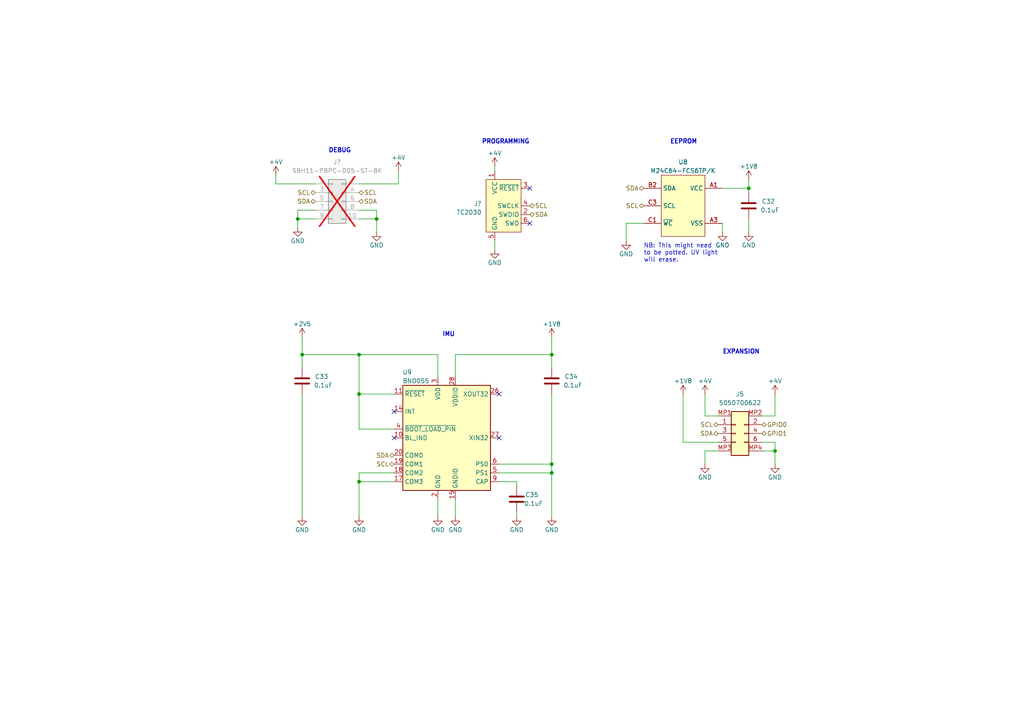
<source format=kicad_sch>
(kicad_sch (version 20230121) (generator eeschema)
  (paper "A4")
  (title_block (title "ONIX Neuropixels 1.0 Economical Headstage") (rev "B") (company "Open Ephys, Inc") (comment 1 "Jonathan P. Newman"))
  (lib_symbols
    (symbol "Connector:Conn_ARM_SWD_TagConnect_TC2030" (in_bom no)
      (property "Reference" "J" (at 2.54 11.43 0))
      (property "Value" "Conn_ARM_SWD_TagConnect_TC2030" (at 5.08 8.89 0))
      (symbol "Conn_ARM_SWD_TagConnect_TC2030_0_0"
        (pin power_in line (at -2.54 10.16 270) (length 2.54) (name "VCC") (number "1"))
        (pin bidirectional line (at 7.62 -2.54 180) (length 2.54) (name "SWDIO") (number "2"))
        (pin open_collector line (at 7.62 5.08 180) (length 2.54) (name "~{RESET}") (number "3"))
        (pin output line (at 7.62 0 180) (length 2.54) (name "SWCLK") (number "4"))
        (pin power_in line (at -2.54 -10.16 90) (length 2.54) (name "GND") (number "5"))
        (pin input line (at 7.62 -5.08 180) (length 2.54) (name "SWO") (number "6"))
      )
      (symbol "Conn_ARM_SWD_TagConnect_TC2030_0_1"
        (rectangle (start -5.08 7.62) (end 5.08 -7.62) (fill (type background)))
      )
    )
    (symbol "Connector_Generic:Conn_02x05_Odd_Even" (pin_names (offset 1.016) hide)
      (property "Reference" "J" (at 1.27 7.62 0))
      (property "Value" "Conn_02x05_Odd_Even" (at 1.27 -7.62 0))
      (symbol "Conn_02x05_Odd_Even_1_1"
        (rectangle (start -1.27 -4.953) (end 0 -5.207) (stroke (width 0.1524)))
        (rectangle (start -1.27 -2.413) (end 0 -2.667) (stroke (width 0.1524)))
        (rectangle (start -1.27 0.127) (end 0 -0.127) (stroke (width 0.1524)))
        (rectangle (start -1.27 2.667) (end 0 2.413) (stroke (width 0.1524)))
        (rectangle (start -1.27 5.207) (end 0 4.953) (stroke (width 0.1524)))
        (rectangle (start -1.27 6.35) (end 3.81 -6.35) (stroke (width 0.254)) (fill (type background)))
        (rectangle (start 3.81 -4.953) (end 2.54 -5.207) (stroke (width 0.1524)))
        (rectangle (start 3.81 -2.413) (end 2.54 -2.667) (stroke (width 0.1524)))
        (rectangle (start 3.81 0.127) (end 2.54 -0.127) (stroke (width 0.1524)))
        (rectangle (start 3.81 2.667) (end 2.54 2.413) (stroke (width 0.1524)))
        (rectangle (start 3.81 5.207) (end 2.54 4.953) (stroke (width 0.1524)))
        (pin passive line (at -5.08 5.08 0) (length 3.81) (name "Pin_1") (number "1"))
        (pin passive line (at 7.62 -5.08 180) (length 3.81) (name "Pin_10") (number "10"))
        (pin passive line (at 7.62 5.08 180) (length 3.81) (name "Pin_2") (number "2"))
        (pin passive line (at -5.08 2.54 0) (length 3.81) (name "Pin_3") (number "3"))
        (pin passive line (at 7.62 2.54 180) (length 3.81) (name "Pin_4") (number "4"))
        (pin passive line (at -5.08 0 0) (length 3.81) (name "Pin_5") (number "5"))
        (pin passive line (at 7.62 0 180) (length 3.81) (name "Pin_6") (number "6"))
        (pin passive line (at -5.08 -2.54 0) (length 3.81) (name "Pin_7") (number "7"))
        (pin passive line (at 7.62 -2.54 180) (length 3.81) (name "Pin_8") (number "8"))
        (pin passive line (at -5.08 -5.08 0) (length 3.81) (name "Pin_9") (number "9"))
      )
    )
    (symbol "Device:C" (pin_numbers hide) (pin_names (offset 0.254))
      (property "Reference" "C" (at 0.635 2.54 0))
      (property "Value" "C" (at 0.635 -2.54 0))
      (symbol "C_0_1"
        (polyline (pts (xy -2.032 -0.762) (xy 2.032 -0.762)) (stroke (width 0.508)))
        (polyline (pts (xy -2.032 0.762) (xy 2.032 0.762)) (stroke (width 0.508)))
      )
      (symbol "C_1_1"
        (pin passive line (at 0 3.81 270) (length 2.794) (name "~") (number "1"))
        (pin passive line (at 0 -3.81 90) (length 2.794) (name "~") (number "2"))
      )
    )
    (symbol "Sensor_Motion:BNO055"
      (property "Reference" "U" (at -11.43 16.51 0))
      (property "Value" "BNO055" (at 12.7 16.51 0))
      (symbol "BNO055_0_1"
        (rectangle (start -12.7 15.24) (end 12.7 -15.24) (stroke (width 0.254)) (fill (type background)))
      )
      (symbol "BNO055_1_1"
        (pin no_connect line (at -12.7 10.16 0) (length 2.54) hide (name "PIN1") (number "1"))
        (pin output line (at -15.24 0 0) (length 2.54) (name "BL_IND") (number "10"))
        (pin input line (at -15.24 12.7 0) (length 2.54) (name "~{RESET}") (number "11"))
        (pin no_connect line (at 12.7 10.16 180) (length 2.54) hide (name "PIN12") (number "12"))
        (pin no_connect line (at 12.7 7.62 180) (length 2.54) hide (name "PIN13") (number "13"))
        (pin output line (at -15.24 7.62 0) (length 2.54) (name "INT") (number "14"))
        (pin power_in line (at 2.54 -17.78 90) (length 2.54) (name "GNDIO") (number "15"))
        (pin passive line (at 2.54 -17.78 90) (length 2.54) hide (name "GNDIO") (number "16"))
        (pin input line (at -15.24 -12.7 0) (length 2.54) (name "COM3") (number "17"))
        (pin passive line (at -15.24 -10.16 0) (length 2.54) (name "COM2") (number "18"))
        (pin bidirectional line (at -15.24 -7.62 0) (length 2.54) (name "COM1") (number "19"))
        (pin power_in line (at -2.54 -17.78 90) (length 2.54) (name "GND") (number "2"))
        (pin bidirectional line (at -15.24 -5.08 0) (length 2.54) (name "COM0") (number "20"))
        (pin no_connect line (at 12.7 5.08 180) (length 2.54) hide (name "PIN21") (number "21"))
        (pin no_connect line (at 12.7 2.54 180) (length 2.54) hide (name "PIN22") (number "22"))
        (pin no_connect line (at 12.7 -2.54 180) (length 2.54) hide (name "PIN23") (number "23"))
        (pin no_connect line (at 12.7 -5.08 180) (length 2.54) hide (name "PIN24") (number "24"))
        (pin passive line (at 2.54 -17.78 90) (length 2.54) hide (name "GNDIO") (number "25"))
        (pin output line (at 15.24 12.7 180) (length 2.54) (name "XOUT32") (number "26"))
        (pin input line (at 15.24 0 180) (length 2.54) (name "XIN32") (number "27"))
        (pin power_in line (at 2.54 17.78 270) (length 2.54) (name "VDDIO") (number "28"))
        (pin power_in line (at -2.54 17.78 270) (length 2.54) (name "VDD") (number "3"))
        (pin input line (at -15.24 2.54 0) (length 2.54) (name "~{BOOT_LOAD_PIN}") (number "4"))
        (pin input line (at 15.24 -10.16 180) (length 2.54) (name "PS1") (number "5"))
        (pin input line (at 15.24 -7.62 180) (length 2.54) (name "PS0") (number "6"))
        (pin no_connect line (at -12.7 5.08 0) (length 2.54) hide (name "PIN7") (number "7"))
        (pin no_connect line (at -12.7 -2.54 0) (length 2.54) hide (name "PIN8") (number "8"))
        (pin passive line (at 15.24 -12.7 180) (length 2.54) (name "CAP") (number "9"))
      )
    )
    (symbol "jonnew:24Cxx-WC"
      (property "Reference" "U" (at 0 12.7 0))
      (property "Value" "24Cxx-WC" (at 0 10.16 0))
      (symbol "24Cxx-WC_0_1"
        (rectangle (start -6.35 8.89) (end 6.35 -8.89) (fill (type background)))
      )
      (symbol "24Cxx-WC_1_1"
        (pin power_in line (at -11.43 5.08 0) (length 5.08) (name "VCC") (number "A1"))
        (pin power_in line (at -11.43 -5.08 0) (length 5.08) (name "VSS") (number "A3"))
        (pin open_collector line (at 11.43 5.08 180) (length 5.08) (name "SDA") (number "B2"))
        (pin input line (at 11.43 -5.08 180) (length 5.08) (name "~{WC}") (number "C1"))
        (pin open_collector line (at 11.43 0 180) (length 5.08) (name "SCL") (number "C3"))
      )
    )
    (symbol "jonnew:Conn_02x3_Odd_Even_4Mech" (pin_names hide)
      (property "Reference" "J" (at 0 11.43 0))
      (property "Value" "Conn_02x3_Odd_Even_4Mech" (at 1.27 8.89 0))
      (symbol "Conn_02x3_Odd_Even_4Mech_1_1"
        (rectangle (start -2.54 -2.413) (end -1.27 -2.667) (stroke (width 0.1524)))
        (rectangle (start -2.54 0.127) (end -1.27 -0.127) (stroke (width 0.1524)))
        (rectangle (start -2.54 2.667) (end -1.27 2.413) (stroke (width 0.1524)))
        (rectangle (start -2.54 6.35) (end 2.54 -6.35) (stroke (width 0.254)) (fill (type background)))
        (rectangle (start 2.54 -2.413) (end 1.27 -2.667) (stroke (width 0.1524)))
        (rectangle (start 2.54 0.127) (end 1.27 -0.127) (stroke (width 0.1524)))
        (rectangle (start 2.54 2.667) (end 1.27 2.413) (stroke (width 0.1524)))
        (pin passive line (at -6.35 2.54 0) (length 3.81) (name "Pin_1") (number "1"))
        (pin passive line (at 6.35 2.54 180) (length 3.81) (name "Pin_2") (number "2"))
        (pin passive line (at -6.35 0 0) (length 3.81) (name "Pin_3") (number "3"))
        (pin passive line (at 6.35 0 180) (length 3.81) (name "Pin_4") (number "4"))
        (pin passive line (at -6.35 -2.54 0) (length 3.81) (name "Pin_5") (number "5"))
        (pin passive line (at 6.35 -2.54 180) (length 3.81) (name "Pin_6") (number "6"))
        (pin passive line (at -6.35 5.08 0) (length 3.81) (name "MountPin1") (number "MP1"))
        (pin passive line (at 6.35 5.08 180) (length 3.81) (name "MountPin2") (number "MP2"))
        (pin passive line (at -6.35 -5.08 0) (length 3.81) (name "MountPin3") (number "MP3"))
        (pin passive line (at 6.35 -5.08 180) (length 3.81) (name "MountPin4") (number "MP4"))
      )
    )
    (symbol "power:+1V8" (power) (pin_names (offset 0))
      (property "Value" "+1V8" (at 0 3.556 0))
      (symbol "+1V8_0_1"
        (polyline (pts (xy -0.762 1.27) (xy 0 2.54)))
        (polyline (pts (xy 0 0) (xy 0 2.54)))
        (polyline (pts (xy 0 2.54) (xy 0.762 1.27)))
      )
      (symbol "+1V8_1_1"
        (pin power_in line (at 0 0 90) (length 0) hide (name "+1V8") (number "1"))
      )
    )
    (symbol "power:+2V5" (power) (pin_names (offset 0))
      (property "Value" "+2V5" (at 0 3.556 0))
      (symbol "+2V5_0_1"
        (polyline (pts (xy -0.762 1.27) (xy 0 2.54)))
        (polyline (pts (xy 0 0) (xy 0 2.54)))
        (polyline (pts (xy 0 2.54) (xy 0.762 1.27)))
      )
      (symbol "+2V5_1_1"
        (pin power_in line (at 0 0 90) (length 0) hide (name "+2V5") (number "1"))
      )
    )
    (symbol "power:+4V" (power) (pin_names (offset 0))
      (property "Value" "+4V" (at 0 3.556 0))
      (symbol "+4V_0_1"
        (polyline (pts (xy -0.762 1.27) (xy 0 2.54)))
        (polyline (pts (xy 0 0) (xy 0 2.54)))
        (polyline (pts (xy 0 2.54) (xy 0.762 1.27)))
      )
      (symbol "+4V_1_1"
        (pin power_in line (at 0 0 90) (length 0) hide (name "+4V") (number "1"))
      )
    )
    (symbol "power:GND" (power) (pin_names (offset 0))
      (property "Value" "GND" (at 0 -3.81 0))
      (symbol "GND_0_1"
        (polyline (pts (xy 0 0) (xy 0 -1.27) (xy 1.27 -1.27) (xy 0 -2.54) (xy -1.27 -1.27) (xy 0 -1.27)))
      )
      (symbol "GND_1_1"
        (pin power_in line (at 0 0 270) (length 0) hide (name "GND") (number "1"))
      )
    )
  )
  (junction (at 109.22 63.5))
  (junction (at 217.17 54.61))
  (junction (at 224.79 130.81))
  (junction (at 160.02 102.87))
  (junction (at 160.02 137.16))
  (junction (at 160.02 134.62))
  (junction (at 104.14 139.7))
  (junction (at 104.14 102.87))
  (junction (at 104.14 114.3))
  (junction (at 86.36 63.5))
  (junction (at 87.63 102.87))
  (no_connect (at 114.3 127))
  (no_connect (at 153.67 64.77))
  (no_connect (at 144.78 127))
  (no_connect (at 114.3 119.38))
  (no_connect (at 144.78 114.3))
  (no_connect (at 153.67 54.61))
  (wire (pts (xy 115.57 53.34) (xy 115.57 49.53)))
  (wire (pts (xy 114.3 139.7) (xy 104.14 139.7)))
  (wire (pts (xy 217.17 55.88) (xy 217.17 54.61)))
  (wire (pts (xy 104.14 124.46) (xy 114.3 124.46)))
  (wire (pts (xy 160.02 149.86) (xy 160.02 137.16)))
  (wire (pts (xy 160.02 106.68) (xy 160.02 102.87)))
  (wire (pts (xy 87.63 102.87) (xy 87.63 106.68)))
  (wire (pts (xy 144.78 134.62) (xy 160.02 134.62)))
  (wire (pts (xy 217.17 52.07) (xy 217.17 54.61)))
  (wire (pts (xy 87.63 102.87) (xy 104.14 102.87)))
  (wire (pts (xy 114.3 137.16) (xy 104.14 137.16)))
  (wire (pts (xy 220.98 128.27) (xy 224.79 128.27)))
  (wire (pts (xy 220.98 130.81) (xy 224.79 130.81)))
  (wire (pts (xy 104.14 60.96) (xy 109.22 60.96)))
  (wire (pts (xy 104.14 114.3) (xy 104.14 124.46)))
  (wire (pts (xy 224.79 128.27) (xy 224.79 130.81)))
  (wire (pts (xy 104.14 137.16) (xy 104.14 139.7)))
  (wire (pts (xy 104.14 139.7) (xy 104.14 149.86)))
  (wire (pts (xy 132.08 144.78) (xy 132.08 149.86)))
  (wire (pts (xy 208.28 130.81) (xy 204.47 130.81)))
  (wire (pts (xy 204.47 120.65) (xy 208.28 120.65)))
  (wire (pts (xy 132.08 109.22) (xy 132.08 102.87)))
  (wire (pts (xy 104.14 114.3) (xy 114.3 114.3)))
  (wire (pts (xy 209.55 54.61) (xy 217.17 54.61)))
  (wire (pts (xy 104.14 63.5) (xy 109.22 63.5)))
  (wire (pts (xy 104.14 102.87) (xy 127 102.87)))
  (wire (pts (xy 86.36 63.5) (xy 86.36 66.04)))
  (wire (pts (xy 91.44 53.34) (xy 80.01 53.34)))
  (wire (pts (xy 220.98 120.65) (xy 224.79 120.65)))
  (wire (pts (xy 127 144.78) (xy 127 149.86)))
  (wire (pts (xy 208.28 128.27) (xy 198.12 128.27)))
  (wire (pts (xy 86.36 60.96) (xy 86.36 63.5)))
  (wire (pts (xy 144.78 139.7) (xy 149.86 139.7)))
  (wire (pts (xy 160.02 114.3) (xy 160.02 134.62)))
  (wire (pts (xy 87.63 114.3) (xy 87.63 149.86)))
  (wire (pts (xy 86.36 63.5) (xy 91.44 63.5)))
  (wire (pts (xy 198.12 114.3) (xy 198.12 128.27)))
  (wire (pts (xy 127 109.22) (xy 127 102.87)))
  (wire (pts (xy 104.14 53.34) (xy 115.57 53.34)))
  (wire (pts (xy 224.79 130.81) (xy 224.79 134.62)))
  (wire (pts (xy 87.63 97.79) (xy 87.63 102.87)))
  (wire (pts (xy 217.17 63.5) (xy 217.17 67.31)))
  (wire (pts (xy 204.47 114.3) (xy 204.47 120.65)))
  (wire (pts (xy 209.55 64.77) (xy 209.55 67.31)))
  (wire (pts (xy 143.51 48.26) (xy 143.51 49.53)))
  (wire (pts (xy 143.51 69.85) (xy 143.51 72.39)))
  (wire (pts (xy 181.61 69.85) (xy 181.61 64.77)))
  (wire (pts (xy 160.02 137.16) (xy 160.02 134.62)))
  (wire (pts (xy 224.79 114.3) (xy 224.79 120.65)))
  (wire (pts (xy 91.44 60.96) (xy 86.36 60.96)))
  (wire (pts (xy 109.22 60.96) (xy 109.22 63.5)))
  (wire (pts (xy 181.61 64.77) (xy 186.69 64.77)))
  (wire (pts (xy 149.86 148.59) (xy 149.86 149.86)))
  (wire (pts (xy 160.02 97.79) (xy 160.02 102.87)))
  (wire (pts (xy 80.01 53.34) (xy 80.01 50.8)))
  (wire (pts (xy 204.47 130.81) (xy 204.47 134.62)))
  (wire (pts (xy 149.86 139.7) (xy 149.86 140.97)))
  (wire (pts (xy 104.14 102.87) (xy 104.14 114.3)))
  (wire (pts (xy 144.78 137.16) (xy 160.02 137.16)))
  (wire (pts (xy 109.22 63.5) (xy 109.22 67.31)))
  (wire (pts (xy 132.08 102.87) (xy 160.02 102.87)))
  (text "EEPROM" (at 194.31 41.91 0) (effects (font (size 1.27 1.27) (thickness 0.254) bold) (justify left bottom)))
  (text "DEBUG" (at 95.25 44.45 0) (effects (font (size 1.27 1.27) (thickness 0.254) bold) (justify left bottom)))
  (text "PROGRAMMING" (at 139.7 41.91 0) (effects (font (size 1.27 1.27) (thickness 0.254) bold) (justify left bottom)))
  (text "IMU" (at 128.27 97.79 0) (effects (font (size 1.27 1.27) (thickness 0.254) bold) (justify left bottom)))
  (text "NB: This might need\nto be potted. UV light\nwill erase." (at 186.69 76.2 0) (effects (font (size 1.27 1.27)) (justify left bottom)))
  (text "EXPANSION" (at 209.55 102.87 0) (effects (font (size 1.27 1.27) (thickness 0.254) bold) (justify left bottom)))
  (hierarchical_label "SCL" (shape bidirectional) (at 91.44 55.88 180))
  (hierarchical_label "SDA" (shape bidirectional) (at 186.69 54.61 180))
  (hierarchical_label "SDA" (shape bidirectional) (at 114.3 132.08 180))
  (hierarchical_label "SCL" (shape bidirectional) (at 208.28 123.19 180))
  (hierarchical_label "GPIO0" (shape bidirectional) (at 220.98 123.19 0))
  (hierarchical_label "SDA" (shape bidirectional) (at 153.67 62.23 0))
  (hierarchical_label "SDA" (shape bidirectional) (at 91.44 58.42 180))
  (hierarchical_label "SDA" (shape bidirectional) (at 208.28 125.73 180))
  (hierarchical_label "SCL" (shape bidirectional) (at 114.3 134.62 180))
  (hierarchical_label "SCL" (shape bidirectional) (at 186.69 59.69 180))
  (hierarchical_label "SDA" (shape bidirectional) (at 104.14 58.42 0))
  (hierarchical_label "SCL" (shape bidirectional) (at 104.14 55.88 0))
  (hierarchical_label "SCL" (shape bidirectional) (at 153.67 59.69 0))
  (hierarchical_label "GPIO1" (shape bidirectional) (at 220.98 125.73 0))
  (symbol (lib_id "power:GND") (at 143.51 72.39 0) (mirror y) (unit 1)
    (property "Reference" "#PWR?" (effects hide))
    (property "Value" "GND" (at 143.51 76.2 0))
    (instances (project "headstage-neuropix1e" (path "" (reference "#PWR?") (unit 1)) (path "" (reference "#PWR079") (unit 1))))
  )
  (symbol (lib_id "power:+4V") (at 80.01 50.8 0) (mirror y) (unit 1)
    (property "Reference" "#PWR?" (effects hide))
    (property "Value" "+4V" (at 80.01 46.99 0))
    (instances (project "headstage-neuropix1e" (path "" (reference "#PWR?") (unit 1)) (path "" (reference "#PWR?") (unit 1)) (path "" (reference "#PWR072") (unit 1))))
  )
  (symbol (lib_id "Sensor_Motion:BNO055") (at 129.54 127 0) (unit 1)
    (property "Reference" "U9" (at 118.11 107.95 0))
    (property "Value" "BNO055" (at 120.65 110.49 0))
    (property "Footprint" "Package_LGA:LGA-28_5.2x3.8mm_P0.5mm" (effects hide))
    (property "Datasheet" "https://www.bosch-sensortec.com/media/boschsensortec/downloads/datasheets/bst-bno055-ds000.pdf" (effects hide))
  )
  (symbol (lib_id "power:GND") (at 160.02 149.86 0) (unit 1)
    (property "Reference" "#PWR092" (effects hide))
    (property "Value" "GND" (at 160.02 153.67 0))
  )
  (symbol (lib_id "power:+4V") (at 204.47 114.3 0) (unit 1)
    (property "Reference" "#PWR?" (effects hide))
    (property "Value" "+4V" (at 204.47 110.49 0))
    (instances (project "headstage-neuropix1e" (path "" (reference "#PWR?") (unit 1)) (path "" (reference "#PWR083") (unit 1))))
  )
  (symbol (lib_id "power:GND") (at 109.22 67.31 0) (mirror y) (unit 1)
    (property "Reference" "#PWR?" (effects hide))
    (property "Value" "GND" (at 109.22 71.12 0))
    (instances (project "headstage-neuropix1e" (path "" (reference "#PWR?") (unit 1)) (path "" (reference "#PWR075") (unit 1))))
  )
  (symbol (lib_id "power:GND") (at 86.36 66.04 0) (mirror y) (unit 1)
    (property "Reference" "#PWR?" (effects hide))
    (property "Value" "GND" (at 86.36 69.85 0))
    (instances (project "headstage-neuropix1e" (path "" (reference "#PWR?") (unit 1)) (path "" (reference "#PWR074") (unit 1))))
  )
  (symbol (lib_id "power:GND") (at 209.55 67.31 0) (unit 1)
    (property "Reference" "#PWR076" (effects hide))
    (property "Value" "GND" (at 209.55 71.12 0))
  )
  (symbol (lib_id "jonnew:Conn_02x3_Odd_Even_4Mech") (at 214.63 125.73 0) (unit 1)
    (property "Reference" "J5" (at 214.63 114.3 0))
    (property "Value" "5050700622" (at 214.63 116.84 0))
    (property "Footprint" "jonnew:MOLEX_5050700622" (effects hide))
  )
  (symbol (lib_id "power:GND") (at 217.17 67.31 0) (unit 1)
    (property "Reference" "#PWR077" (effects hide))
    (property "Value" "GND" (at 217.17 71.12 0))
  )
  (symbol (lib_id "power:+1V8") (at 160.02 97.79 0) (unit 1)
    (property "Reference" "#PWR081" (effects hide))
    (property "Value" "+1V8" (at 160.02 93.98 0))
  )
  (symbol (lib_id "power:GND") (at 204.47 134.62 0) (unit 1)
    (property "Reference" "#PWR085" (effects hide))
    (property "Value" "GND" (at 204.47 138.43 0))
  )
  (symbol (lib_id "Device:C") (at 217.17 59.69 180) (unit 1)
    (property "Reference" "C32" (at 224.79 58.42 0) (effects (justify left)))
    (property "Value" "0.1uF" (at 226.06 60.96 0) (effects (justify left)))
    (property "Footprint" "Capacitor_SMD:C_0201_0603Metric" (effects hide))
    (property "TempCo" "X7R" (effects hide))
    (property "Voltage" "25V" (effects hide))
    (property "CASE/PACKAGE" "0201" (effects hide))
  )
  (symbol (lib_id "power:GND") (at 127 149.86 0) (unit 1)
    (property "Reference" "#PWR089" (effects hide))
    (property "Value" "GND" (at 127 153.67 0))
  )
  (symbol (lib_id "power:+1V8") (at 198.12 114.3 0) (mirror y) (unit 1)
    (property "Reference" "#PWR082" (effects hide))
    (property "Value" "+1V8" (at 198.12 110.49 0))
  )
  (symbol (lib_id "jonnew:24Cxx-WC") (at 198.12 59.69 0) (mirror y) (unit 1)
    (property "Reference" "U8" (at 198.12 46.99 0))
    (property "Value" "M24C64-FCS6TP/K" (at 198.12 49.53 0))
    (property "Footprint" "jonnew:ST_WLCSP5-0.959x1.073" (effects hide))
    (property "Datasheet" "https://www.st.com/content/ccc/resource/technical/document/datasheet/5c/df/52/a5/15/f2/48/bd/CD00259166.pdf/files/CD00259166.pdf/jcr:content/translations/en.CD00259166.pdf#page=5&zoom=100,0,350" (effects hide))
  )
  (symbol (lib_id "power:+4V") (at 115.57 49.53 0) (mirror y) (unit 1)
    (property "Reference" "#PWR?" (effects hide))
    (property "Value" "+4V" (at 115.57 45.72 0))
    (instances (project "headstage-neuropix1e" (path "" (reference "#PWR?") (unit 1)) (path "" (reference "#PWR?") (unit 1)) (path "" (reference "#PWR071") (unit 1))))
  )
  (symbol (lib_id "Device:C") (at 87.63 110.49 180) (unit 1)
    (property "Reference" "C33" (at 95.25 109.22 0) (effects (justify left)))
    (property "Value" "0.1uF" (at 96.52 111.76 0) (effects (justify left)))
    (property "Footprint" "Capacitor_SMD:C_0201_0603Metric" (effects hide))
    (property "TempCo" "X7R" (effects hide))
    (property "Voltage" "25V" (effects hide))
    (property "CASE/PACKAGE" "0201" (effects hide))
  )
  (symbol (lib_id "power:GND") (at 87.63 149.86 0) (unit 1)
    (property "Reference" "#PWR087" (effects hide))
    (property "Value" "GND" (at 87.63 153.67 0))
  )
  (symbol (lib_id "power:GND") (at 224.79 134.62 0) (unit 1)
    (property "Reference" "#PWR086" (effects hide))
    (property "Value" "GND" (at 224.79 138.43 0))
  )
  (symbol (lib_id "power:+4V") (at 224.79 114.3 0) (unit 1)
    (property "Reference" "#PWR?" (effects hide))
    (property "Value" "+4V" (at 224.79 110.49 0))
    (instances (project "headstage-neuropix1e" (path "" (reference "#PWR?") (unit 1)) (path "" (reference "#PWR084") (unit 1))))
  )
  (symbol (lib_id "power:GND") (at 149.86 149.86 0) (unit 1)
    (property "Reference" "#PWR091" (effects hide))
    (property "Value" "GND" (at 149.86 153.67 0))
  )
  (symbol (lib_id "Connector:Conn_ARM_SWD_TagConnect_TC2030") (at 146.05 59.69 0) (unit 1) (in_bom no)
    (property "Reference" "J?" (at 139.7 59.055 0) (effects (justify right)))
    (property "Value" "TC2030" (at 139.7 61.595 0) (effects (justify right)))
    (property "Footprint" "Connector:Tag-Connect_TC2030-IDC-FP_2x03_P1.27mm_Vertical" (effects hide))
    (property "Datasheet" "https://www.tag-connect.com/wp-content/uploads/bsk-pdf-manager/TC2030-CTX_1.pdf" (effects hide))
    (instances (project "headstage-neuropix1e" (path "" (reference "J?") (unit 1)) (path "" (reference "J4") (unit 1))))
  )
  (symbol (lib_id "power:+1V8") (at 217.17 52.07 0) (unit 1)
    (property "Reference" "#PWR073" (effects hide))
    (property "Value" "+1V8" (at 217.17 48.26 0))
  )
  (symbol (lib_id "power:+4V") (at 143.51 48.26 0) (mirror y) (unit 1)
    (property "Reference" "#PWR?" (effects hide))
    (property "Value" "+4V" (at 143.51 44.45 0))
    (instances (project "headstage-neuropix1e" (path "" (reference "#PWR?") (unit 1)) (path "" (reference "#PWR?") (unit 1)) (path "" (reference "#PWR070") (unit 1))))
  )
  (symbol (lib_id "power:GND") (at 181.61 69.85 0) (unit 1)
    (property "Reference" "#PWR078" (effects hide))
    (property "Value" "GND" (at 181.61 73.66 0))
  )
  (symbol (lib_id "power:GND") (at 104.14 149.86 0) (unit 1)
    (property "Reference" "#PWR088" (effects hide))
    (property "Value" "GND" (at 104.14 153.67 0))
  )
  (symbol (lib_id "power:GND") (at 132.08 149.86 0) (unit 1)
    (property "Reference" "#PWR090" (effects hide))
    (property "Value" "GND" (at 132.08 153.67 0))
  )
  (symbol (lib_id "Device:C") (at 160.02 110.49 180) (unit 1)
    (property "Reference" "C34" (at 167.64 109.22 0) (effects (justify left)))
    (property "Value" "0.1uF" (at 168.91 111.76 0) (effects (justify left)))
    (property "Footprint" "Capacitor_SMD:C_0201_0603Metric" (effects hide))
    (property "TempCo" "X7R" (effects hide))
    (property "Voltage" "25V" (effects hide))
    (property "CASE/PACKAGE" "0201" (effects hide))
  )
  (symbol (lib_id "power:+2V5") (at 87.63 97.79 0) (unit 1)
    (property "Reference" "#PWR080" (effects hide))
    (property "Value" "+2V5" (at 87.63 93.98 0))
  )
  (symbol (lib_id "Device:C") (at 149.86 144.78 180) (unit 1)
    (property "Reference" "C35" (at 156.21 143.51 0) (effects (justify left)))
    (property "Value" "0.1uF" (at 157.48 146.05 0) (effects (justify left)))
    (property "Footprint" "Capacitor_SMD:C_0201_0603Metric" (effects hide))
    (property "TempCo" "X7R" (effects hide))
    (property "Voltage" "25V" (effects hide))
    (property "CASE/PACKAGE" "0201" (effects hide))
  )
  (symbol (lib_id "Connector_Generic:Conn_02x05_Odd_Even") (at 96.52 58.42 0) (unit 1) (in_bom no) (dnp yes)
    (property "Reference" "J?" (at 97.79 46.99 0))
    (property "Value" "SBH11-PBPC-D05-ST-BK" (at 97.79 49.53 0))
    (property "Footprint" "Connector_IDC:IDC-Header_2x05_P2.54mm_Vertical" (effects hide))
    (instances (project "headstage-neuropix1e" (path "" (reference "J?") (unit 1)) (path "" (reference "J3") (unit 1))))
  )
)
</source>
